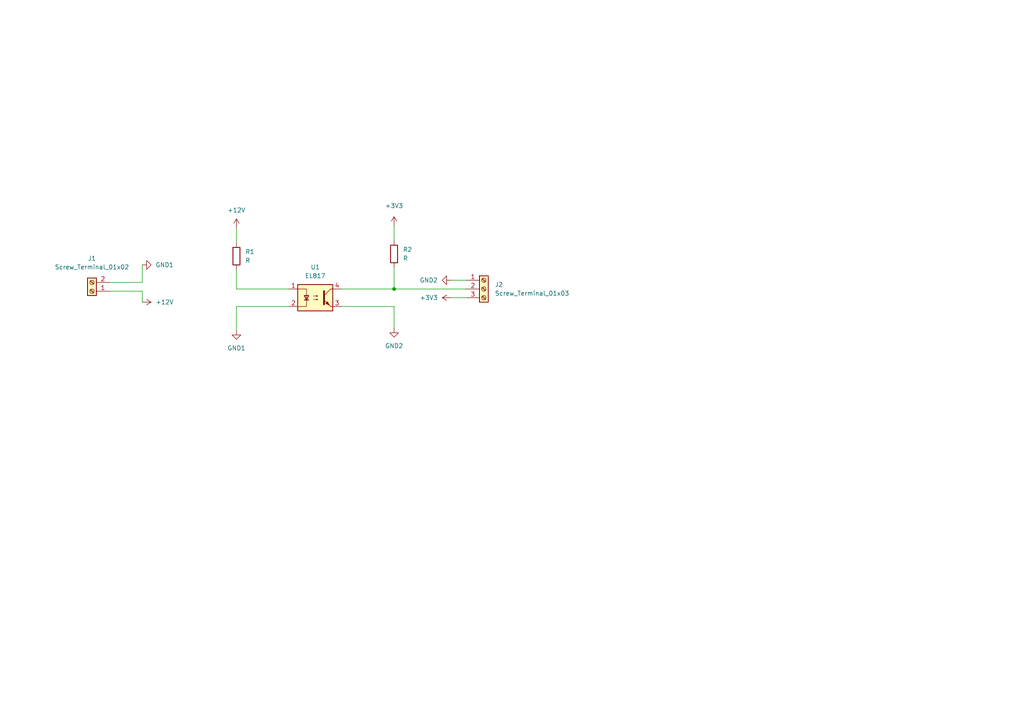
<source format=kicad_sch>
(kicad_sch (version 20211123) (generator eeschema)
  (paper "A4")
  (lib_symbols
    (symbol "Connector:Screw_Terminal_01x02" (pin_names (offset 1.016) hide)
      (property "Reference" "J" (at 0 2.54 0))
      (property "Value" "Screw_Terminal_01x02" (at 0 -5.08 0))
      (symbol "Screw_Terminal_01x02_1_1"
        (rectangle (start -1.27 1.27) (end 1.27 -3.81) (stroke (width 0.254)) (fill (type background)))
        (circle (center 0 -2.54) (radius 0.635) (stroke (width 0.1524)))
        (polyline (pts (xy -0.5334 -2.2098) (xy 0.3302 -3.048)) (stroke (width 0.1524)))
        (polyline (pts (xy -0.5334 0.3302) (xy 0.3302 -0.508)) (stroke (width 0.1524)))
        (polyline (pts (xy -0.3556 -2.032) (xy 0.508 -2.8702)) (stroke (width 0.1524)))
        (polyline (pts (xy -0.3556 0.508) (xy 0.508 -0.3302)) (stroke (width 0.1524)))
        (circle (center 0 0) (radius 0.635) (stroke (width 0.1524)))
        (pin passive line (at -5.08 0 0) (length 3.81) (name "Pin_1") (number "1"))
        (pin passive line (at -5.08 -2.54 0) (length 3.81) (name "Pin_2") (number "2"))
      )
    )
    (symbol "Connector:Screw_Terminal_01x03" (pin_names (offset 1.016) hide)
      (property "Reference" "J" (at 0 5.08 0))
      (property "Value" "Screw_Terminal_01x03" (at 0 -5.08 0))
      (symbol "Screw_Terminal_01x03_1_1"
        (rectangle (start -1.27 3.81) (end 1.27 -3.81) (stroke (width 0.254)) (fill (type background)))
        (circle (center 0 -2.54) (radius 0.635) (stroke (width 0.1524)))
        (polyline (pts (xy -0.5334 -2.2098) (xy 0.3302 -3.048)) (stroke (width 0.1524)))
        (polyline (pts (xy -0.5334 0.3302) (xy 0.3302 -0.508)) (stroke (width 0.1524)))
        (polyline (pts (xy -0.5334 2.8702) (xy 0.3302 2.032)) (stroke (width 0.1524)))
        (polyline (pts (xy -0.3556 -2.032) (xy 0.508 -2.8702)) (stroke (width 0.1524)))
        (polyline (pts (xy -0.3556 0.508) (xy 0.508 -0.3302)) (stroke (width 0.1524)))
        (polyline (pts (xy -0.3556 3.048) (xy 0.508 2.2098)) (stroke (width 0.1524)))
        (circle (center 0 0) (radius 0.635) (stroke (width 0.1524)))
        (circle (center 0 2.54) (radius 0.635) (stroke (width 0.1524)))
        (pin passive line (at -5.08 2.54 0) (length 3.81) (name "Pin_1") (number "1"))
        (pin passive line (at -5.08 0 0) (length 3.81) (name "Pin_2") (number "2"))
        (pin passive line (at -5.08 -2.54 0) (length 3.81) (name "Pin_3") (number "3"))
      )
    )
    (symbol "Device:R" (pin_numbers hide) (pin_names (offset 0))
      (property "Reference" "R" (at 2.032 0 90))
      (property "Value" "R" (at 0 0 90))
      (symbol "R_0_1"
        (rectangle (start -1.016 -2.54) (end 1.016 2.54) (stroke (width 0.254)))
      )
      (symbol "R_1_1"
        (pin passive line (at 0 3.81 270) (length 1.27) (name "~") (number "1"))
        (pin passive line (at 0 -3.81 90) (length 1.27) (name "~") (number "2"))
      )
    )
    (symbol "Isolator:EL817" (pin_names (offset 1.016))
      (property "Reference" "U" (at -5.08 5.08 0))
      (property "Value" "EL817" (at 0 5.08 0))
      (symbol "EL817_0_1"
        (rectangle (start -5.08 3.81) (end 5.08 -3.81) (stroke (width 0.254)) (fill (type background)))
        (polyline (pts (xy -3.175 -0.635) (xy -1.905 -0.635)) (stroke (width 0.254)))
        (polyline (pts (xy 2.54 0.635) (xy 4.445 2.54)))
        (polyline (pts (xy 4.445 -2.54) (xy 2.54 -0.635)) (fill (type outline)))
        (polyline (pts (xy 4.445 -2.54) (xy 5.08 -2.54)))
        (polyline (pts (xy 4.445 2.54) (xy 5.08 2.54)))
        (polyline (pts (xy -5.08 2.54) (xy -2.54 2.54) (xy -2.54 -0.635)))
        (polyline (pts (xy -2.54 -0.635) (xy -2.54 -2.54) (xy -5.08 -2.54)))
        (polyline (pts (xy 2.54 1.905) (xy 2.54 -1.905) (xy 2.54 -1.905)) (stroke (width 0.508)))
        (polyline (pts (xy -2.54 -0.635) (xy -3.175 0.635) (xy -1.905 0.635) (xy -2.54 -0.635)) (stroke (width 0.254)))
        (polyline (pts (xy -0.508 -0.508) (xy 0.762 -0.508) (xy 0.381 -0.635) (xy 0.381 -0.381) (xy 0.762 -0.508)))
        (polyline (pts (xy -0.508 0.508) (xy 0.762 0.508) (xy 0.381 0.381) (xy 0.381 0.635) (xy 0.762 0.508)))
        (polyline (pts (xy 3.048 -1.651) (xy 3.556 -1.143) (xy 4.064 -2.159) (xy 3.048 -1.651) (xy 3.048 -1.651)) (fill (type outline)))
      )
      (symbol "EL817_1_1"
        (pin passive line (at -7.62 2.54 0) (length 2.54) (name "~") (number "1"))
        (pin passive line (at -7.62 -2.54 0) (length 2.54) (name "~") (number "2"))
        (pin passive line (at 7.62 -2.54 180) (length 2.54) (name "~") (number "3"))
        (pin passive line (at 7.62 2.54 180) (length 2.54) (name "~") (number "4"))
      )
    )
    (symbol "power:+12V" (power) (pin_names (offset 0))
      (property "Value" "+12V" (at 0 3.556 0))
      (symbol "+12V_0_1"
        (polyline (pts (xy -0.762 1.27) (xy 0 2.54)))
        (polyline (pts (xy 0 0) (xy 0 2.54)))
        (polyline (pts (xy 0 2.54) (xy 0.762 1.27)))
      )
      (symbol "+12V_1_1"
        (pin power_in line (at 0 0 90) (length 0) hide (name "+12V") (number "1"))
      )
    )
    (symbol "power:+3.3V" (power) (pin_names (offset 0))
      (property "Value" "+3.3V" (at 0 3.556 0))
      (symbol "+3.3V_0_1"
        (polyline (pts (xy -0.762 1.27) (xy 0 2.54)))
        (polyline (pts (xy 0 0) (xy 0 2.54)))
        (polyline (pts (xy 0 2.54) (xy 0.762 1.27)))
      )
      (symbol "+3.3V_1_1"
        (pin power_in line (at 0 0 90) (length 0) hide (name "+3V3") (number "1"))
      )
    )
    (symbol "power:GND1" (power) (pin_names (offset 0))
      (property "Value" "GND1" (at 0 -3.81 0))
      (symbol "GND1_0_1"
        (polyline (pts (xy 0 0) (xy 0 -1.27) (xy 1.27 -1.27) (xy 0 -2.54) (xy -1.27 -1.27) (xy 0 -1.27)))
      )
      (symbol "GND1_1_1"
        (pin power_in line (at 0 0 270) (length 0) hide (name "GND1") (number "1"))
      )
    )
    (symbol "power:GND2" (power) (pin_names (offset 0))
      (property "Value" "GND2" (at 0 -3.81 0))
      (symbol "GND2_0_1"
        (polyline (pts (xy 0 0) (xy 0 -1.27) (xy 1.27 -1.27) (xy 0 -2.54) (xy -1.27 -1.27) (xy 0 -1.27)))
      )
      (symbol "GND2_1_1"
        (pin power_in line (at 0 0 270) (length 0) hide (name "GND2") (number "1"))
      )
    )
  )
  (junction (at 114.3 83.82))
  (wire (pts (xy 31.75 81.915) (xy 41.275 81.915)))
  (wire (pts (xy 41.275 84.455) (xy 41.275 87.63)))
  (wire (pts (xy 114.3 83.82) (xy 114.3 77.47)))
  (wire (pts (xy 68.58 95.885) (xy 68.58 88.9)))
  (wire (pts (xy 99.06 88.9) (xy 114.3 88.9)))
  (wire (pts (xy 68.58 66.04) (xy 68.58 70.485)))
  (wire (pts (xy 68.58 83.82) (xy 68.58 78.105)))
  (wire (pts (xy 31.75 84.455) (xy 41.275 84.455)))
  (wire (pts (xy 130.81 86.36) (xy 135.255 86.36)))
  (wire (pts (xy 114.3 83.82) (xy 135.255 83.82)))
  (wire (pts (xy 41.275 81.915) (xy 41.275 76.835)))
  (wire (pts (xy 68.58 83.82) (xy 83.82 83.82)))
  (wire (pts (xy 114.3 65.405) (xy 114.3 69.85)))
  (wire (pts (xy 114.3 88.9) (xy 114.3 95.25)))
  (wire (pts (xy 68.58 88.9) (xy 83.82 88.9)))
  (wire (pts (xy 99.06 83.82) (xy 114.3 83.82)))
  (wire (pts (xy 130.81 81.28) (xy 135.255 81.28)))
  (symbol (lib_id "Device:R") (at 114.3 73.66 0) (unit 1)
    (property "Reference" "R2" (at 116.84 72.3899 0) (effects (justify left)))
    (property "Value" "R" (at 116.84 74.9299 0) (effects (justify left)))
    (property "Footprint" "Resistor_SMD:R_0805_2012Metric_Pad1.20x1.40mm_HandSolder" (effects hide))
  )
  (symbol (lib_id "power:GND1") (at 41.275 76.835 90) (unit 1)
    (property "Reference" "#PWR0107" (effects hide))
    (property "Value" "GND1" (at 45.085 76.8349 90) (effects (justify right)))
  )
  (symbol (lib_id "Device:R") (at 68.58 74.295 0) (unit 1)
    (property "Reference" "R1" (at 71.12 73.0249 0) (effects (justify left)))
    (property "Value" "R" (at 71.12 75.5649 0) (effects (justify left)))
    (property "Footprint" "Resistor_SMD:R_0805_2012Metric_Pad1.20x1.40mm_HandSolder" (effects hide))
  )
  (symbol (lib_id "power:+3.3V") (at 114.3 65.405 0) (unit 1)
    (property "Reference" "#PWR0102" (effects hide))
    (property "Value" "+3.3V" (at 114.3 59.69 0))
  )
  (symbol (lib_id "power:+12V") (at 41.275 87.63 270) (unit 1)
    (property "Reference" "#PWR0108" (effects hide))
    (property "Value" "+12V" (at 45.085 87.6299 90) (effects (justify left)))
  )
  (symbol (lib_id "power:GND2") (at 130.81 81.28 270) (unit 1)
    (property "Reference" "#PWR0104" (effects hide))
    (property "Value" "GND2" (at 127 81.2799 90) (effects (justify right)))
  )
  (symbol (lib_id "Isolator:EL817") (at 91.44 86.36 0) (unit 1)
    (property "Reference" "U1" (at 91.44 77.47 0))
    (property "Value" "EL817" (at 91.44 80.01 0))
    (property "Footprint" "el817:EL817S_EVE" (effects hide))
    (property "Datasheet" "http://www.everlight.com/file/ProductFile/EL817.pdf" (effects hide))
  )
  (symbol (lib_id "Connector:Screw_Terminal_01x02") (at 26.67 84.455 180) (unit 1)
    (property "Reference" "J1" (at 26.67 74.93 0))
    (property "Value" "Screw_Terminal_01x02" (at 26.67 77.47 0))
    (property "Footprint" "TerminalBlock_Phoenix:TerminalBlock_Phoenix_MKDS-1,5-2_1x02_P5.00mm_Horizontal" (effects hide))
  )
  (symbol (lib_id "power:GND2") (at 114.3 95.25 0) (unit 1)
    (property "Reference" "#PWR0101" (effects hide))
    (property "Value" "GND2" (at 114.3 100.33 0))
  )
  (symbol (lib_id "power:GND1") (at 68.58 95.885 0) (unit 1)
    (property "Reference" "#PWR0106" (effects hide))
    (property "Value" "GND1" (at 68.58 100.965 0))
  )
  (symbol (lib_id "power:+12V") (at 68.58 66.04 0) (unit 1)
    (property "Reference" "#PWR0103" (effects hide))
    (property "Value" "+12V" (at 68.58 60.96 0))
  )
  (symbol (lib_id "Connector:Screw_Terminal_01x03") (at 140.335 83.82 0) (unit 1)
    (property "Reference" "J2" (at 143.51 82.5499 0) (effects (justify left)))
    (property "Value" "Screw_Terminal_01x03" (at 143.51 85.0899 0) (effects (justify left)))
    (property "Footprint" "TerminalBlock_Phoenix:TerminalBlock_Phoenix_MKDS-1,5-3_1x03_P5.00mm_Horizontal" (effects hide))
  )
  (symbol (lib_id "power:+3.3V") (at 130.81 86.36 90) (unit 1)
    (property "Reference" "#PWR0105" (effects hide))
    (property "Value" "+3.3V" (at 127 86.3599 90) (effects (justify left)))
  )
)
</source>
